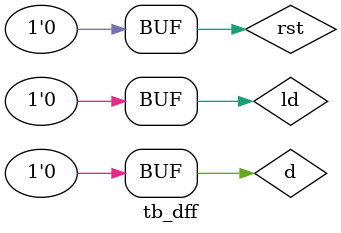
<source format=v>
`timescale 1ns / 1ps

module dff(
		output reg q, nq,
		input d,
		input ld, rst);
	//reg q, nq;
	always @ (posedge ld or negedge rst)
	begin
		if(rst == 0)
			q <= 0;
		else
			begin
				q <= d;
				nq <= ~d;
			end
	end

	//assign nq <= q;
endmodule

module tb_dff;
	reg d;
	reg ld, rst;
	wire q, nq;
	
	dff m(q, nq, d, ld, rst);
	
	initial
	begin
		rst=0; d=1;
		#10 ld=1;
		#10 rst=1;
		#10 ld=0;
		#10 ld=1;
		#10 d=0;
		#10 ld=0;
		#10 ld=1;
		#10 ld=0; rst=0;
	end
endmodule

</source>
